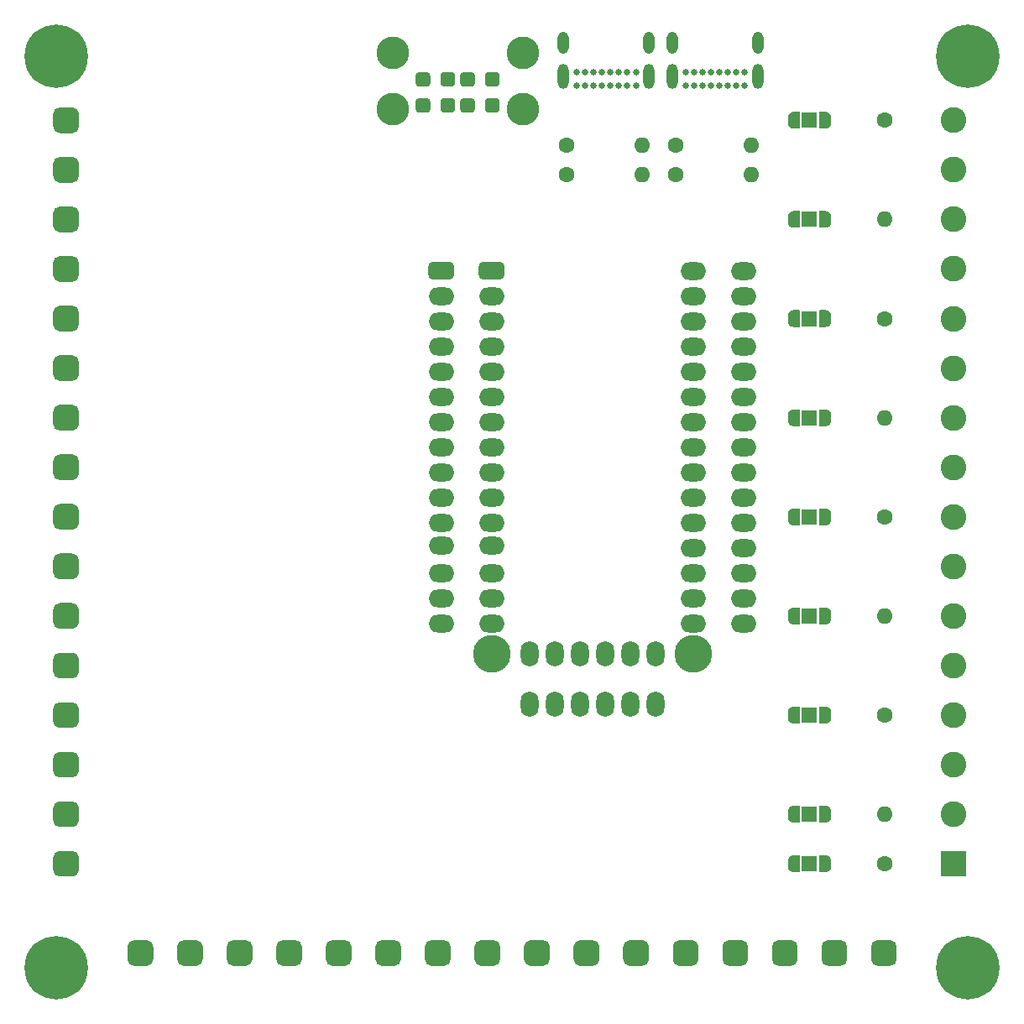
<source format=gbr>
%TF.GenerationSoftware,KiCad,Pcbnew,5.1.9-73d0e3b20d~88~ubuntu20.04.1*%
%TF.CreationDate,2021-09-23T17:55:38+05:30*%
%TF.ProjectId,veloce,76656c6f-6365-42e6-9b69-6361645f7063,rev?*%
%TF.SameCoordinates,Original*%
%TF.FileFunction,Soldermask,Bot*%
%TF.FilePolarity,Negative*%
%FSLAX46Y46*%
G04 Gerber Fmt 4.6, Leading zero omitted, Abs format (unit mm)*
G04 Created by KiCad (PCBNEW 5.1.9-73d0e3b20d~88~ubuntu20.04.1) date 2021-09-23 17:55:38*
%MOMM*%
%LPD*%
G01*
G04 APERTURE LIST*
%ADD10C,0.100000*%
%ADD11R,1.600000X1.600000*%
%ADD12O,1.800000X2.600000*%
%ADD13O,2.600000X1.800000*%
%ADD14C,3.800000*%
%ADD15C,0.800000*%
%ADD16C,6.400000*%
%ADD17O,1.600000X1.600000*%
%ADD18C,1.600000*%
%ADD19C,2.600000*%
%ADD20R,2.600000X2.600000*%
%ADD21C,0.650000*%
%ADD22O,1.108000X2.516000*%
%ADD23O,1.108000X2.216000*%
%ADD24C,3.300000*%
G04 APERTURE END LIST*
D10*
%TO.C,JP1*%
G36*
X219969509Y-139651921D02*
G01*
X219988268Y-139657612D01*
X220005557Y-139666853D01*
X220020711Y-139679289D01*
X220033147Y-139694443D01*
X220042388Y-139711732D01*
X220048079Y-139730491D01*
X220050000Y-139750000D01*
X220050000Y-141250000D01*
X220048079Y-141269509D01*
X220042388Y-141288268D01*
X220033147Y-141305557D01*
X220020711Y-141320711D01*
X220005557Y-141333147D01*
X219988268Y-141342388D01*
X219969509Y-141348079D01*
X219950000Y-141350000D01*
X219400000Y-141350000D01*
X219393886Y-141349398D01*
X219375466Y-141349398D01*
X219365663Y-141348916D01*
X219316832Y-141344106D01*
X219307127Y-141342667D01*
X219259002Y-141333095D01*
X219249481Y-141330710D01*
X219202526Y-141316466D01*
X219193288Y-141313160D01*
X219147955Y-141294383D01*
X219139081Y-141290186D01*
X219095808Y-141267055D01*
X219087393Y-141262012D01*
X219046594Y-141234752D01*
X219038710Y-141228905D01*
X219000781Y-141197777D01*
X218993510Y-141191187D01*
X218958813Y-141156490D01*
X218952223Y-141149219D01*
X218921095Y-141111290D01*
X218915248Y-141103406D01*
X218887988Y-141062607D01*
X218882945Y-141054192D01*
X218859814Y-141010919D01*
X218855617Y-141002045D01*
X218836840Y-140956712D01*
X218833534Y-140947474D01*
X218819290Y-140900519D01*
X218816905Y-140890998D01*
X218807333Y-140842873D01*
X218805894Y-140833168D01*
X218801084Y-140784337D01*
X218800602Y-140774534D01*
X218800602Y-140756114D01*
X218800000Y-140750000D01*
X218800000Y-140250000D01*
X218800602Y-140243886D01*
X218800602Y-140225466D01*
X218801084Y-140215663D01*
X218805894Y-140166832D01*
X218807333Y-140157127D01*
X218816905Y-140109002D01*
X218819290Y-140099481D01*
X218833534Y-140052526D01*
X218836840Y-140043288D01*
X218855617Y-139997955D01*
X218859814Y-139989081D01*
X218882945Y-139945808D01*
X218887988Y-139937393D01*
X218915248Y-139896594D01*
X218921095Y-139888710D01*
X218952223Y-139850781D01*
X218958813Y-139843510D01*
X218993510Y-139808813D01*
X219000781Y-139802223D01*
X219038710Y-139771095D01*
X219046594Y-139765248D01*
X219087393Y-139737988D01*
X219095808Y-139732945D01*
X219139081Y-139709814D01*
X219147955Y-139705617D01*
X219193288Y-139686840D01*
X219202526Y-139683534D01*
X219249481Y-139669290D01*
X219259002Y-139666905D01*
X219307127Y-139657333D01*
X219316832Y-139655894D01*
X219365663Y-139651084D01*
X219375466Y-139650602D01*
X219393886Y-139650602D01*
X219400000Y-139650000D01*
X219950000Y-139650000D01*
X219969509Y-139651921D01*
G37*
G36*
X222606114Y-139650602D02*
G01*
X222624534Y-139650602D01*
X222634337Y-139651084D01*
X222683168Y-139655894D01*
X222692873Y-139657333D01*
X222740998Y-139666905D01*
X222750519Y-139669290D01*
X222797474Y-139683534D01*
X222806712Y-139686840D01*
X222852045Y-139705617D01*
X222860919Y-139709814D01*
X222904192Y-139732945D01*
X222912607Y-139737988D01*
X222953406Y-139765248D01*
X222961290Y-139771095D01*
X222999219Y-139802223D01*
X223006490Y-139808813D01*
X223041187Y-139843510D01*
X223047777Y-139850781D01*
X223078905Y-139888710D01*
X223084752Y-139896594D01*
X223112012Y-139937393D01*
X223117055Y-139945808D01*
X223140186Y-139989081D01*
X223144383Y-139997955D01*
X223163160Y-140043288D01*
X223166466Y-140052526D01*
X223180710Y-140099481D01*
X223183095Y-140109002D01*
X223192667Y-140157127D01*
X223194106Y-140166832D01*
X223198916Y-140215663D01*
X223199398Y-140225466D01*
X223199398Y-140243886D01*
X223200000Y-140250000D01*
X223200000Y-140750000D01*
X223199398Y-140756114D01*
X223199398Y-140774534D01*
X223198916Y-140784337D01*
X223194106Y-140833168D01*
X223192667Y-140842873D01*
X223183095Y-140890998D01*
X223180710Y-140900519D01*
X223166466Y-140947474D01*
X223163160Y-140956712D01*
X223144383Y-141002045D01*
X223140186Y-141010919D01*
X223117055Y-141054192D01*
X223112012Y-141062607D01*
X223084752Y-141103406D01*
X223078905Y-141111290D01*
X223047777Y-141149219D01*
X223041187Y-141156490D01*
X223006490Y-141191187D01*
X222999219Y-141197777D01*
X222961290Y-141228905D01*
X222953406Y-141234752D01*
X222912607Y-141262012D01*
X222904192Y-141267055D01*
X222860919Y-141290186D01*
X222852045Y-141294383D01*
X222806712Y-141313160D01*
X222797474Y-141316466D01*
X222750519Y-141330710D01*
X222740998Y-141333095D01*
X222692873Y-141342667D01*
X222683168Y-141344106D01*
X222634337Y-141348916D01*
X222624534Y-141349398D01*
X222606114Y-141349398D01*
X222600000Y-141350000D01*
X222050000Y-141350000D01*
X222030491Y-141348079D01*
X222011732Y-141342388D01*
X221994443Y-141333147D01*
X221979289Y-141320711D01*
X221966853Y-141305557D01*
X221957612Y-141288268D01*
X221951921Y-141269509D01*
X221950000Y-141250000D01*
X221950000Y-139750000D01*
X221951921Y-139730491D01*
X221957612Y-139711732D01*
X221966853Y-139694443D01*
X221979289Y-139679289D01*
X221994443Y-139666853D01*
X222011732Y-139657612D01*
X222030491Y-139651921D01*
X222050000Y-139650000D01*
X222600000Y-139650000D01*
X222606114Y-139650602D01*
G37*
D11*
X221000000Y-140500000D03*
%TD*%
D10*
%TO.C,JP9*%
G36*
X219969509Y-134651921D02*
G01*
X219988268Y-134657612D01*
X220005557Y-134666853D01*
X220020711Y-134679289D01*
X220033147Y-134694443D01*
X220042388Y-134711732D01*
X220048079Y-134730491D01*
X220050000Y-134750000D01*
X220050000Y-136250000D01*
X220048079Y-136269509D01*
X220042388Y-136288268D01*
X220033147Y-136305557D01*
X220020711Y-136320711D01*
X220005557Y-136333147D01*
X219988268Y-136342388D01*
X219969509Y-136348079D01*
X219950000Y-136350000D01*
X219400000Y-136350000D01*
X219393886Y-136349398D01*
X219375466Y-136349398D01*
X219365663Y-136348916D01*
X219316832Y-136344106D01*
X219307127Y-136342667D01*
X219259002Y-136333095D01*
X219249481Y-136330710D01*
X219202526Y-136316466D01*
X219193288Y-136313160D01*
X219147955Y-136294383D01*
X219139081Y-136290186D01*
X219095808Y-136267055D01*
X219087393Y-136262012D01*
X219046594Y-136234752D01*
X219038710Y-136228905D01*
X219000781Y-136197777D01*
X218993510Y-136191187D01*
X218958813Y-136156490D01*
X218952223Y-136149219D01*
X218921095Y-136111290D01*
X218915248Y-136103406D01*
X218887988Y-136062607D01*
X218882945Y-136054192D01*
X218859814Y-136010919D01*
X218855617Y-136002045D01*
X218836840Y-135956712D01*
X218833534Y-135947474D01*
X218819290Y-135900519D01*
X218816905Y-135890998D01*
X218807333Y-135842873D01*
X218805894Y-135833168D01*
X218801084Y-135784337D01*
X218800602Y-135774534D01*
X218800602Y-135756114D01*
X218800000Y-135750000D01*
X218800000Y-135250000D01*
X218800602Y-135243886D01*
X218800602Y-135225466D01*
X218801084Y-135215663D01*
X218805894Y-135166832D01*
X218807333Y-135157127D01*
X218816905Y-135109002D01*
X218819290Y-135099481D01*
X218833534Y-135052526D01*
X218836840Y-135043288D01*
X218855617Y-134997955D01*
X218859814Y-134989081D01*
X218882945Y-134945808D01*
X218887988Y-134937393D01*
X218915248Y-134896594D01*
X218921095Y-134888710D01*
X218952223Y-134850781D01*
X218958813Y-134843510D01*
X218993510Y-134808813D01*
X219000781Y-134802223D01*
X219038710Y-134771095D01*
X219046594Y-134765248D01*
X219087393Y-134737988D01*
X219095808Y-134732945D01*
X219139081Y-134709814D01*
X219147955Y-134705617D01*
X219193288Y-134686840D01*
X219202526Y-134683534D01*
X219249481Y-134669290D01*
X219259002Y-134666905D01*
X219307127Y-134657333D01*
X219316832Y-134655894D01*
X219365663Y-134651084D01*
X219375466Y-134650602D01*
X219393886Y-134650602D01*
X219400000Y-134650000D01*
X219950000Y-134650000D01*
X219969509Y-134651921D01*
G37*
G36*
X222606114Y-134650602D02*
G01*
X222624534Y-134650602D01*
X222634337Y-134651084D01*
X222683168Y-134655894D01*
X222692873Y-134657333D01*
X222740998Y-134666905D01*
X222750519Y-134669290D01*
X222797474Y-134683534D01*
X222806712Y-134686840D01*
X222852045Y-134705617D01*
X222860919Y-134709814D01*
X222904192Y-134732945D01*
X222912607Y-134737988D01*
X222953406Y-134765248D01*
X222961290Y-134771095D01*
X222999219Y-134802223D01*
X223006490Y-134808813D01*
X223041187Y-134843510D01*
X223047777Y-134850781D01*
X223078905Y-134888710D01*
X223084752Y-134896594D01*
X223112012Y-134937393D01*
X223117055Y-134945808D01*
X223140186Y-134989081D01*
X223144383Y-134997955D01*
X223163160Y-135043288D01*
X223166466Y-135052526D01*
X223180710Y-135099481D01*
X223183095Y-135109002D01*
X223192667Y-135157127D01*
X223194106Y-135166832D01*
X223198916Y-135215663D01*
X223199398Y-135225466D01*
X223199398Y-135243886D01*
X223200000Y-135250000D01*
X223200000Y-135750000D01*
X223199398Y-135756114D01*
X223199398Y-135774534D01*
X223198916Y-135784337D01*
X223194106Y-135833168D01*
X223192667Y-135842873D01*
X223183095Y-135890998D01*
X223180710Y-135900519D01*
X223166466Y-135947474D01*
X223163160Y-135956712D01*
X223144383Y-136002045D01*
X223140186Y-136010919D01*
X223117055Y-136054192D01*
X223112012Y-136062607D01*
X223084752Y-136103406D01*
X223078905Y-136111290D01*
X223047777Y-136149219D01*
X223041187Y-136156490D01*
X223006490Y-136191187D01*
X222999219Y-136197777D01*
X222961290Y-136228905D01*
X222953406Y-136234752D01*
X222912607Y-136262012D01*
X222904192Y-136267055D01*
X222860919Y-136290186D01*
X222852045Y-136294383D01*
X222806712Y-136313160D01*
X222797474Y-136316466D01*
X222750519Y-136330710D01*
X222740998Y-136333095D01*
X222692873Y-136342667D01*
X222683168Y-136344106D01*
X222634337Y-136348916D01*
X222624534Y-136349398D01*
X222606114Y-136349398D01*
X222600000Y-136350000D01*
X222050000Y-136350000D01*
X222030491Y-136348079D01*
X222011732Y-136342388D01*
X221994443Y-136333147D01*
X221979289Y-136320711D01*
X221966853Y-136305557D01*
X221957612Y-136288268D01*
X221951921Y-136269509D01*
X221950000Y-136250000D01*
X221950000Y-134750000D01*
X221951921Y-134730491D01*
X221957612Y-134711732D01*
X221966853Y-134694443D01*
X221979289Y-134679289D01*
X221994443Y-134666853D01*
X222011732Y-134657612D01*
X222030491Y-134651921D01*
X222050000Y-134650000D01*
X222600000Y-134650000D01*
X222606114Y-134650602D01*
G37*
D11*
X221000000Y-135500000D03*
%TD*%
D10*
%TO.C,JP8*%
G36*
X219969509Y-124651921D02*
G01*
X219988268Y-124657612D01*
X220005557Y-124666853D01*
X220020711Y-124679289D01*
X220033147Y-124694443D01*
X220042388Y-124711732D01*
X220048079Y-124730491D01*
X220050000Y-124750000D01*
X220050000Y-126250000D01*
X220048079Y-126269509D01*
X220042388Y-126288268D01*
X220033147Y-126305557D01*
X220020711Y-126320711D01*
X220005557Y-126333147D01*
X219988268Y-126342388D01*
X219969509Y-126348079D01*
X219950000Y-126350000D01*
X219400000Y-126350000D01*
X219393886Y-126349398D01*
X219375466Y-126349398D01*
X219365663Y-126348916D01*
X219316832Y-126344106D01*
X219307127Y-126342667D01*
X219259002Y-126333095D01*
X219249481Y-126330710D01*
X219202526Y-126316466D01*
X219193288Y-126313160D01*
X219147955Y-126294383D01*
X219139081Y-126290186D01*
X219095808Y-126267055D01*
X219087393Y-126262012D01*
X219046594Y-126234752D01*
X219038710Y-126228905D01*
X219000781Y-126197777D01*
X218993510Y-126191187D01*
X218958813Y-126156490D01*
X218952223Y-126149219D01*
X218921095Y-126111290D01*
X218915248Y-126103406D01*
X218887988Y-126062607D01*
X218882945Y-126054192D01*
X218859814Y-126010919D01*
X218855617Y-126002045D01*
X218836840Y-125956712D01*
X218833534Y-125947474D01*
X218819290Y-125900519D01*
X218816905Y-125890998D01*
X218807333Y-125842873D01*
X218805894Y-125833168D01*
X218801084Y-125784337D01*
X218800602Y-125774534D01*
X218800602Y-125756114D01*
X218800000Y-125750000D01*
X218800000Y-125250000D01*
X218800602Y-125243886D01*
X218800602Y-125225466D01*
X218801084Y-125215663D01*
X218805894Y-125166832D01*
X218807333Y-125157127D01*
X218816905Y-125109002D01*
X218819290Y-125099481D01*
X218833534Y-125052526D01*
X218836840Y-125043288D01*
X218855617Y-124997955D01*
X218859814Y-124989081D01*
X218882945Y-124945808D01*
X218887988Y-124937393D01*
X218915248Y-124896594D01*
X218921095Y-124888710D01*
X218952223Y-124850781D01*
X218958813Y-124843510D01*
X218993510Y-124808813D01*
X219000781Y-124802223D01*
X219038710Y-124771095D01*
X219046594Y-124765248D01*
X219087393Y-124737988D01*
X219095808Y-124732945D01*
X219139081Y-124709814D01*
X219147955Y-124705617D01*
X219193288Y-124686840D01*
X219202526Y-124683534D01*
X219249481Y-124669290D01*
X219259002Y-124666905D01*
X219307127Y-124657333D01*
X219316832Y-124655894D01*
X219365663Y-124651084D01*
X219375466Y-124650602D01*
X219393886Y-124650602D01*
X219400000Y-124650000D01*
X219950000Y-124650000D01*
X219969509Y-124651921D01*
G37*
G36*
X222606114Y-124650602D02*
G01*
X222624534Y-124650602D01*
X222634337Y-124651084D01*
X222683168Y-124655894D01*
X222692873Y-124657333D01*
X222740998Y-124666905D01*
X222750519Y-124669290D01*
X222797474Y-124683534D01*
X222806712Y-124686840D01*
X222852045Y-124705617D01*
X222860919Y-124709814D01*
X222904192Y-124732945D01*
X222912607Y-124737988D01*
X222953406Y-124765248D01*
X222961290Y-124771095D01*
X222999219Y-124802223D01*
X223006490Y-124808813D01*
X223041187Y-124843510D01*
X223047777Y-124850781D01*
X223078905Y-124888710D01*
X223084752Y-124896594D01*
X223112012Y-124937393D01*
X223117055Y-124945808D01*
X223140186Y-124989081D01*
X223144383Y-124997955D01*
X223163160Y-125043288D01*
X223166466Y-125052526D01*
X223180710Y-125099481D01*
X223183095Y-125109002D01*
X223192667Y-125157127D01*
X223194106Y-125166832D01*
X223198916Y-125215663D01*
X223199398Y-125225466D01*
X223199398Y-125243886D01*
X223200000Y-125250000D01*
X223200000Y-125750000D01*
X223199398Y-125756114D01*
X223199398Y-125774534D01*
X223198916Y-125784337D01*
X223194106Y-125833168D01*
X223192667Y-125842873D01*
X223183095Y-125890998D01*
X223180710Y-125900519D01*
X223166466Y-125947474D01*
X223163160Y-125956712D01*
X223144383Y-126002045D01*
X223140186Y-126010919D01*
X223117055Y-126054192D01*
X223112012Y-126062607D01*
X223084752Y-126103406D01*
X223078905Y-126111290D01*
X223047777Y-126149219D01*
X223041187Y-126156490D01*
X223006490Y-126191187D01*
X222999219Y-126197777D01*
X222961290Y-126228905D01*
X222953406Y-126234752D01*
X222912607Y-126262012D01*
X222904192Y-126267055D01*
X222860919Y-126290186D01*
X222852045Y-126294383D01*
X222806712Y-126313160D01*
X222797474Y-126316466D01*
X222750519Y-126330710D01*
X222740998Y-126333095D01*
X222692873Y-126342667D01*
X222683168Y-126344106D01*
X222634337Y-126348916D01*
X222624534Y-126349398D01*
X222606114Y-126349398D01*
X222600000Y-126350000D01*
X222050000Y-126350000D01*
X222030491Y-126348079D01*
X222011732Y-126342388D01*
X221994443Y-126333147D01*
X221979289Y-126320711D01*
X221966853Y-126305557D01*
X221957612Y-126288268D01*
X221951921Y-126269509D01*
X221950000Y-126250000D01*
X221950000Y-124750000D01*
X221951921Y-124730491D01*
X221957612Y-124711732D01*
X221966853Y-124694443D01*
X221979289Y-124679289D01*
X221994443Y-124666853D01*
X222011732Y-124657612D01*
X222030491Y-124651921D01*
X222050000Y-124650000D01*
X222600000Y-124650000D01*
X222606114Y-124650602D01*
G37*
D11*
X221000000Y-125500000D03*
%TD*%
D10*
%TO.C,JP7*%
G36*
X219969509Y-114651921D02*
G01*
X219988268Y-114657612D01*
X220005557Y-114666853D01*
X220020711Y-114679289D01*
X220033147Y-114694443D01*
X220042388Y-114711732D01*
X220048079Y-114730491D01*
X220050000Y-114750000D01*
X220050000Y-116250000D01*
X220048079Y-116269509D01*
X220042388Y-116288268D01*
X220033147Y-116305557D01*
X220020711Y-116320711D01*
X220005557Y-116333147D01*
X219988268Y-116342388D01*
X219969509Y-116348079D01*
X219950000Y-116350000D01*
X219400000Y-116350000D01*
X219393886Y-116349398D01*
X219375466Y-116349398D01*
X219365663Y-116348916D01*
X219316832Y-116344106D01*
X219307127Y-116342667D01*
X219259002Y-116333095D01*
X219249481Y-116330710D01*
X219202526Y-116316466D01*
X219193288Y-116313160D01*
X219147955Y-116294383D01*
X219139081Y-116290186D01*
X219095808Y-116267055D01*
X219087393Y-116262012D01*
X219046594Y-116234752D01*
X219038710Y-116228905D01*
X219000781Y-116197777D01*
X218993510Y-116191187D01*
X218958813Y-116156490D01*
X218952223Y-116149219D01*
X218921095Y-116111290D01*
X218915248Y-116103406D01*
X218887988Y-116062607D01*
X218882945Y-116054192D01*
X218859814Y-116010919D01*
X218855617Y-116002045D01*
X218836840Y-115956712D01*
X218833534Y-115947474D01*
X218819290Y-115900519D01*
X218816905Y-115890998D01*
X218807333Y-115842873D01*
X218805894Y-115833168D01*
X218801084Y-115784337D01*
X218800602Y-115774534D01*
X218800602Y-115756114D01*
X218800000Y-115750000D01*
X218800000Y-115250000D01*
X218800602Y-115243886D01*
X218800602Y-115225466D01*
X218801084Y-115215663D01*
X218805894Y-115166832D01*
X218807333Y-115157127D01*
X218816905Y-115109002D01*
X218819290Y-115099481D01*
X218833534Y-115052526D01*
X218836840Y-115043288D01*
X218855617Y-114997955D01*
X218859814Y-114989081D01*
X218882945Y-114945808D01*
X218887988Y-114937393D01*
X218915248Y-114896594D01*
X218921095Y-114888710D01*
X218952223Y-114850781D01*
X218958813Y-114843510D01*
X218993510Y-114808813D01*
X219000781Y-114802223D01*
X219038710Y-114771095D01*
X219046594Y-114765248D01*
X219087393Y-114737988D01*
X219095808Y-114732945D01*
X219139081Y-114709814D01*
X219147955Y-114705617D01*
X219193288Y-114686840D01*
X219202526Y-114683534D01*
X219249481Y-114669290D01*
X219259002Y-114666905D01*
X219307127Y-114657333D01*
X219316832Y-114655894D01*
X219365663Y-114651084D01*
X219375466Y-114650602D01*
X219393886Y-114650602D01*
X219400000Y-114650000D01*
X219950000Y-114650000D01*
X219969509Y-114651921D01*
G37*
G36*
X222606114Y-114650602D02*
G01*
X222624534Y-114650602D01*
X222634337Y-114651084D01*
X222683168Y-114655894D01*
X222692873Y-114657333D01*
X222740998Y-114666905D01*
X222750519Y-114669290D01*
X222797474Y-114683534D01*
X222806712Y-114686840D01*
X222852045Y-114705617D01*
X222860919Y-114709814D01*
X222904192Y-114732945D01*
X222912607Y-114737988D01*
X222953406Y-114765248D01*
X222961290Y-114771095D01*
X222999219Y-114802223D01*
X223006490Y-114808813D01*
X223041187Y-114843510D01*
X223047777Y-114850781D01*
X223078905Y-114888710D01*
X223084752Y-114896594D01*
X223112012Y-114937393D01*
X223117055Y-114945808D01*
X223140186Y-114989081D01*
X223144383Y-114997955D01*
X223163160Y-115043288D01*
X223166466Y-115052526D01*
X223180710Y-115099481D01*
X223183095Y-115109002D01*
X223192667Y-115157127D01*
X223194106Y-115166832D01*
X223198916Y-115215663D01*
X223199398Y-115225466D01*
X223199398Y-115243886D01*
X223200000Y-115250000D01*
X223200000Y-115750000D01*
X223199398Y-115756114D01*
X223199398Y-115774534D01*
X223198916Y-115784337D01*
X223194106Y-115833168D01*
X223192667Y-115842873D01*
X223183095Y-115890998D01*
X223180710Y-115900519D01*
X223166466Y-115947474D01*
X223163160Y-115956712D01*
X223144383Y-116002045D01*
X223140186Y-116010919D01*
X223117055Y-116054192D01*
X223112012Y-116062607D01*
X223084752Y-116103406D01*
X223078905Y-116111290D01*
X223047777Y-116149219D01*
X223041187Y-116156490D01*
X223006490Y-116191187D01*
X222999219Y-116197777D01*
X222961290Y-116228905D01*
X222953406Y-116234752D01*
X222912607Y-116262012D01*
X222904192Y-116267055D01*
X222860919Y-116290186D01*
X222852045Y-116294383D01*
X222806712Y-116313160D01*
X222797474Y-116316466D01*
X222750519Y-116330710D01*
X222740998Y-116333095D01*
X222692873Y-116342667D01*
X222683168Y-116344106D01*
X222634337Y-116348916D01*
X222624534Y-116349398D01*
X222606114Y-116349398D01*
X222600000Y-116350000D01*
X222050000Y-116350000D01*
X222030491Y-116348079D01*
X222011732Y-116342388D01*
X221994443Y-116333147D01*
X221979289Y-116320711D01*
X221966853Y-116305557D01*
X221957612Y-116288268D01*
X221951921Y-116269509D01*
X221950000Y-116250000D01*
X221950000Y-114750000D01*
X221951921Y-114730491D01*
X221957612Y-114711732D01*
X221966853Y-114694443D01*
X221979289Y-114679289D01*
X221994443Y-114666853D01*
X222011732Y-114657612D01*
X222030491Y-114651921D01*
X222050000Y-114650000D01*
X222600000Y-114650000D01*
X222606114Y-114650602D01*
G37*
D11*
X221000000Y-115500000D03*
%TD*%
D10*
%TO.C,JP6*%
G36*
X219969509Y-104651921D02*
G01*
X219988268Y-104657612D01*
X220005557Y-104666853D01*
X220020711Y-104679289D01*
X220033147Y-104694443D01*
X220042388Y-104711732D01*
X220048079Y-104730491D01*
X220050000Y-104750000D01*
X220050000Y-106250000D01*
X220048079Y-106269509D01*
X220042388Y-106288268D01*
X220033147Y-106305557D01*
X220020711Y-106320711D01*
X220005557Y-106333147D01*
X219988268Y-106342388D01*
X219969509Y-106348079D01*
X219950000Y-106350000D01*
X219400000Y-106350000D01*
X219393886Y-106349398D01*
X219375466Y-106349398D01*
X219365663Y-106348916D01*
X219316832Y-106344106D01*
X219307127Y-106342667D01*
X219259002Y-106333095D01*
X219249481Y-106330710D01*
X219202526Y-106316466D01*
X219193288Y-106313160D01*
X219147955Y-106294383D01*
X219139081Y-106290186D01*
X219095808Y-106267055D01*
X219087393Y-106262012D01*
X219046594Y-106234752D01*
X219038710Y-106228905D01*
X219000781Y-106197777D01*
X218993510Y-106191187D01*
X218958813Y-106156490D01*
X218952223Y-106149219D01*
X218921095Y-106111290D01*
X218915248Y-106103406D01*
X218887988Y-106062607D01*
X218882945Y-106054192D01*
X218859814Y-106010919D01*
X218855617Y-106002045D01*
X218836840Y-105956712D01*
X218833534Y-105947474D01*
X218819290Y-105900519D01*
X218816905Y-105890998D01*
X218807333Y-105842873D01*
X218805894Y-105833168D01*
X218801084Y-105784337D01*
X218800602Y-105774534D01*
X218800602Y-105756114D01*
X218800000Y-105750000D01*
X218800000Y-105250000D01*
X218800602Y-105243886D01*
X218800602Y-105225466D01*
X218801084Y-105215663D01*
X218805894Y-105166832D01*
X218807333Y-105157127D01*
X218816905Y-105109002D01*
X218819290Y-105099481D01*
X218833534Y-105052526D01*
X218836840Y-105043288D01*
X218855617Y-104997955D01*
X218859814Y-104989081D01*
X218882945Y-104945808D01*
X218887988Y-104937393D01*
X218915248Y-104896594D01*
X218921095Y-104888710D01*
X218952223Y-104850781D01*
X218958813Y-104843510D01*
X218993510Y-104808813D01*
X219000781Y-104802223D01*
X219038710Y-104771095D01*
X219046594Y-104765248D01*
X219087393Y-104737988D01*
X219095808Y-104732945D01*
X219139081Y-104709814D01*
X219147955Y-104705617D01*
X219193288Y-104686840D01*
X219202526Y-104683534D01*
X219249481Y-104669290D01*
X219259002Y-104666905D01*
X219307127Y-104657333D01*
X219316832Y-104655894D01*
X219365663Y-104651084D01*
X219375466Y-104650602D01*
X219393886Y-104650602D01*
X219400000Y-104650000D01*
X219950000Y-104650000D01*
X219969509Y-104651921D01*
G37*
G36*
X222606114Y-104650602D02*
G01*
X222624534Y-104650602D01*
X222634337Y-104651084D01*
X222683168Y-104655894D01*
X222692873Y-104657333D01*
X222740998Y-104666905D01*
X222750519Y-104669290D01*
X222797474Y-104683534D01*
X222806712Y-104686840D01*
X222852045Y-104705617D01*
X222860919Y-104709814D01*
X222904192Y-104732945D01*
X222912607Y-104737988D01*
X222953406Y-104765248D01*
X222961290Y-104771095D01*
X222999219Y-104802223D01*
X223006490Y-104808813D01*
X223041187Y-104843510D01*
X223047777Y-104850781D01*
X223078905Y-104888710D01*
X223084752Y-104896594D01*
X223112012Y-104937393D01*
X223117055Y-104945808D01*
X223140186Y-104989081D01*
X223144383Y-104997955D01*
X223163160Y-105043288D01*
X223166466Y-105052526D01*
X223180710Y-105099481D01*
X223183095Y-105109002D01*
X223192667Y-105157127D01*
X223194106Y-105166832D01*
X223198916Y-105215663D01*
X223199398Y-105225466D01*
X223199398Y-105243886D01*
X223200000Y-105250000D01*
X223200000Y-105750000D01*
X223199398Y-105756114D01*
X223199398Y-105774534D01*
X223198916Y-105784337D01*
X223194106Y-105833168D01*
X223192667Y-105842873D01*
X223183095Y-105890998D01*
X223180710Y-105900519D01*
X223166466Y-105947474D01*
X223163160Y-105956712D01*
X223144383Y-106002045D01*
X223140186Y-106010919D01*
X223117055Y-106054192D01*
X223112012Y-106062607D01*
X223084752Y-106103406D01*
X223078905Y-106111290D01*
X223047777Y-106149219D01*
X223041187Y-106156490D01*
X223006490Y-106191187D01*
X222999219Y-106197777D01*
X222961290Y-106228905D01*
X222953406Y-106234752D01*
X222912607Y-106262012D01*
X222904192Y-106267055D01*
X222860919Y-106290186D01*
X222852045Y-106294383D01*
X222806712Y-106313160D01*
X222797474Y-106316466D01*
X222750519Y-106330710D01*
X222740998Y-106333095D01*
X222692873Y-106342667D01*
X222683168Y-106344106D01*
X222634337Y-106348916D01*
X222624534Y-106349398D01*
X222606114Y-106349398D01*
X222600000Y-106350000D01*
X222050000Y-106350000D01*
X222030491Y-106348079D01*
X222011732Y-106342388D01*
X221994443Y-106333147D01*
X221979289Y-106320711D01*
X221966853Y-106305557D01*
X221957612Y-106288268D01*
X221951921Y-106269509D01*
X221950000Y-106250000D01*
X221950000Y-104750000D01*
X221951921Y-104730491D01*
X221957612Y-104711732D01*
X221966853Y-104694443D01*
X221979289Y-104679289D01*
X221994443Y-104666853D01*
X222011732Y-104657612D01*
X222030491Y-104651921D01*
X222050000Y-104650000D01*
X222600000Y-104650000D01*
X222606114Y-104650602D01*
G37*
D11*
X221000000Y-105500000D03*
%TD*%
D10*
%TO.C,JP5*%
G36*
X219969509Y-94651921D02*
G01*
X219988268Y-94657612D01*
X220005557Y-94666853D01*
X220020711Y-94679289D01*
X220033147Y-94694443D01*
X220042388Y-94711732D01*
X220048079Y-94730491D01*
X220050000Y-94750000D01*
X220050000Y-96250000D01*
X220048079Y-96269509D01*
X220042388Y-96288268D01*
X220033147Y-96305557D01*
X220020711Y-96320711D01*
X220005557Y-96333147D01*
X219988268Y-96342388D01*
X219969509Y-96348079D01*
X219950000Y-96350000D01*
X219400000Y-96350000D01*
X219393886Y-96349398D01*
X219375466Y-96349398D01*
X219365663Y-96348916D01*
X219316832Y-96344106D01*
X219307127Y-96342667D01*
X219259002Y-96333095D01*
X219249481Y-96330710D01*
X219202526Y-96316466D01*
X219193288Y-96313160D01*
X219147955Y-96294383D01*
X219139081Y-96290186D01*
X219095808Y-96267055D01*
X219087393Y-96262012D01*
X219046594Y-96234752D01*
X219038710Y-96228905D01*
X219000781Y-96197777D01*
X218993510Y-96191187D01*
X218958813Y-96156490D01*
X218952223Y-96149219D01*
X218921095Y-96111290D01*
X218915248Y-96103406D01*
X218887988Y-96062607D01*
X218882945Y-96054192D01*
X218859814Y-96010919D01*
X218855617Y-96002045D01*
X218836840Y-95956712D01*
X218833534Y-95947474D01*
X218819290Y-95900519D01*
X218816905Y-95890998D01*
X218807333Y-95842873D01*
X218805894Y-95833168D01*
X218801084Y-95784337D01*
X218800602Y-95774534D01*
X218800602Y-95756114D01*
X218800000Y-95750000D01*
X218800000Y-95250000D01*
X218800602Y-95243886D01*
X218800602Y-95225466D01*
X218801084Y-95215663D01*
X218805894Y-95166832D01*
X218807333Y-95157127D01*
X218816905Y-95109002D01*
X218819290Y-95099481D01*
X218833534Y-95052526D01*
X218836840Y-95043288D01*
X218855617Y-94997955D01*
X218859814Y-94989081D01*
X218882945Y-94945808D01*
X218887988Y-94937393D01*
X218915248Y-94896594D01*
X218921095Y-94888710D01*
X218952223Y-94850781D01*
X218958813Y-94843510D01*
X218993510Y-94808813D01*
X219000781Y-94802223D01*
X219038710Y-94771095D01*
X219046594Y-94765248D01*
X219087393Y-94737988D01*
X219095808Y-94732945D01*
X219139081Y-94709814D01*
X219147955Y-94705617D01*
X219193288Y-94686840D01*
X219202526Y-94683534D01*
X219249481Y-94669290D01*
X219259002Y-94666905D01*
X219307127Y-94657333D01*
X219316832Y-94655894D01*
X219365663Y-94651084D01*
X219375466Y-94650602D01*
X219393886Y-94650602D01*
X219400000Y-94650000D01*
X219950000Y-94650000D01*
X219969509Y-94651921D01*
G37*
G36*
X222606114Y-94650602D02*
G01*
X222624534Y-94650602D01*
X222634337Y-94651084D01*
X222683168Y-94655894D01*
X222692873Y-94657333D01*
X222740998Y-94666905D01*
X222750519Y-94669290D01*
X222797474Y-94683534D01*
X222806712Y-94686840D01*
X222852045Y-94705617D01*
X222860919Y-94709814D01*
X222904192Y-94732945D01*
X222912607Y-94737988D01*
X222953406Y-94765248D01*
X222961290Y-94771095D01*
X222999219Y-94802223D01*
X223006490Y-94808813D01*
X223041187Y-94843510D01*
X223047777Y-94850781D01*
X223078905Y-94888710D01*
X223084752Y-94896594D01*
X223112012Y-94937393D01*
X223117055Y-94945808D01*
X223140186Y-94989081D01*
X223144383Y-94997955D01*
X223163160Y-95043288D01*
X223166466Y-95052526D01*
X223180710Y-95099481D01*
X223183095Y-95109002D01*
X223192667Y-95157127D01*
X223194106Y-95166832D01*
X223198916Y-95215663D01*
X223199398Y-95225466D01*
X223199398Y-95243886D01*
X223200000Y-95250000D01*
X223200000Y-95750000D01*
X223199398Y-95756114D01*
X223199398Y-95774534D01*
X223198916Y-95784337D01*
X223194106Y-95833168D01*
X223192667Y-95842873D01*
X223183095Y-95890998D01*
X223180710Y-95900519D01*
X223166466Y-95947474D01*
X223163160Y-95956712D01*
X223144383Y-96002045D01*
X223140186Y-96010919D01*
X223117055Y-96054192D01*
X223112012Y-96062607D01*
X223084752Y-96103406D01*
X223078905Y-96111290D01*
X223047777Y-96149219D01*
X223041187Y-96156490D01*
X223006490Y-96191187D01*
X222999219Y-96197777D01*
X222961290Y-96228905D01*
X222953406Y-96234752D01*
X222912607Y-96262012D01*
X222904192Y-96267055D01*
X222860919Y-96290186D01*
X222852045Y-96294383D01*
X222806712Y-96313160D01*
X222797474Y-96316466D01*
X222750519Y-96330710D01*
X222740998Y-96333095D01*
X222692873Y-96342667D01*
X222683168Y-96344106D01*
X222634337Y-96348916D01*
X222624534Y-96349398D01*
X222606114Y-96349398D01*
X222600000Y-96350000D01*
X222050000Y-96350000D01*
X222030491Y-96348079D01*
X222011732Y-96342388D01*
X221994443Y-96333147D01*
X221979289Y-96320711D01*
X221966853Y-96305557D01*
X221957612Y-96288268D01*
X221951921Y-96269509D01*
X221950000Y-96250000D01*
X221950000Y-94750000D01*
X221951921Y-94730491D01*
X221957612Y-94711732D01*
X221966853Y-94694443D01*
X221979289Y-94679289D01*
X221994443Y-94666853D01*
X222011732Y-94657612D01*
X222030491Y-94651921D01*
X222050000Y-94650000D01*
X222600000Y-94650000D01*
X222606114Y-94650602D01*
G37*
D11*
X221000000Y-95500000D03*
%TD*%
D10*
%TO.C,JP4*%
G36*
X219969509Y-84651921D02*
G01*
X219988268Y-84657612D01*
X220005557Y-84666853D01*
X220020711Y-84679289D01*
X220033147Y-84694443D01*
X220042388Y-84711732D01*
X220048079Y-84730491D01*
X220050000Y-84750000D01*
X220050000Y-86250000D01*
X220048079Y-86269509D01*
X220042388Y-86288268D01*
X220033147Y-86305557D01*
X220020711Y-86320711D01*
X220005557Y-86333147D01*
X219988268Y-86342388D01*
X219969509Y-86348079D01*
X219950000Y-86350000D01*
X219400000Y-86350000D01*
X219393886Y-86349398D01*
X219375466Y-86349398D01*
X219365663Y-86348916D01*
X219316832Y-86344106D01*
X219307127Y-86342667D01*
X219259002Y-86333095D01*
X219249481Y-86330710D01*
X219202526Y-86316466D01*
X219193288Y-86313160D01*
X219147955Y-86294383D01*
X219139081Y-86290186D01*
X219095808Y-86267055D01*
X219087393Y-86262012D01*
X219046594Y-86234752D01*
X219038710Y-86228905D01*
X219000781Y-86197777D01*
X218993510Y-86191187D01*
X218958813Y-86156490D01*
X218952223Y-86149219D01*
X218921095Y-86111290D01*
X218915248Y-86103406D01*
X218887988Y-86062607D01*
X218882945Y-86054192D01*
X218859814Y-86010919D01*
X218855617Y-86002045D01*
X218836840Y-85956712D01*
X218833534Y-85947474D01*
X218819290Y-85900519D01*
X218816905Y-85890998D01*
X218807333Y-85842873D01*
X218805894Y-85833168D01*
X218801084Y-85784337D01*
X218800602Y-85774534D01*
X218800602Y-85756114D01*
X218800000Y-85750000D01*
X218800000Y-85250000D01*
X218800602Y-85243886D01*
X218800602Y-85225466D01*
X218801084Y-85215663D01*
X218805894Y-85166832D01*
X218807333Y-85157127D01*
X218816905Y-85109002D01*
X218819290Y-85099481D01*
X218833534Y-85052526D01*
X218836840Y-85043288D01*
X218855617Y-84997955D01*
X218859814Y-84989081D01*
X218882945Y-84945808D01*
X218887988Y-84937393D01*
X218915248Y-84896594D01*
X218921095Y-84888710D01*
X218952223Y-84850781D01*
X218958813Y-84843510D01*
X218993510Y-84808813D01*
X219000781Y-84802223D01*
X219038710Y-84771095D01*
X219046594Y-84765248D01*
X219087393Y-84737988D01*
X219095808Y-84732945D01*
X219139081Y-84709814D01*
X219147955Y-84705617D01*
X219193288Y-84686840D01*
X219202526Y-84683534D01*
X219249481Y-84669290D01*
X219259002Y-84666905D01*
X219307127Y-84657333D01*
X219316832Y-84655894D01*
X219365663Y-84651084D01*
X219375466Y-84650602D01*
X219393886Y-84650602D01*
X219400000Y-84650000D01*
X219950000Y-84650000D01*
X219969509Y-84651921D01*
G37*
G36*
X222606114Y-84650602D02*
G01*
X222624534Y-84650602D01*
X222634337Y-84651084D01*
X222683168Y-84655894D01*
X222692873Y-84657333D01*
X222740998Y-84666905D01*
X222750519Y-84669290D01*
X222797474Y-84683534D01*
X222806712Y-84686840D01*
X222852045Y-84705617D01*
X222860919Y-84709814D01*
X222904192Y-84732945D01*
X222912607Y-84737988D01*
X222953406Y-84765248D01*
X222961290Y-84771095D01*
X222999219Y-84802223D01*
X223006490Y-84808813D01*
X223041187Y-84843510D01*
X223047777Y-84850781D01*
X223078905Y-84888710D01*
X223084752Y-84896594D01*
X223112012Y-84937393D01*
X223117055Y-84945808D01*
X223140186Y-84989081D01*
X223144383Y-84997955D01*
X223163160Y-85043288D01*
X223166466Y-85052526D01*
X223180710Y-85099481D01*
X223183095Y-85109002D01*
X223192667Y-85157127D01*
X223194106Y-85166832D01*
X223198916Y-85215663D01*
X223199398Y-85225466D01*
X223199398Y-85243886D01*
X223200000Y-85250000D01*
X223200000Y-85750000D01*
X223199398Y-85756114D01*
X223199398Y-85774534D01*
X223198916Y-85784337D01*
X223194106Y-85833168D01*
X223192667Y-85842873D01*
X223183095Y-85890998D01*
X223180710Y-85900519D01*
X223166466Y-85947474D01*
X223163160Y-85956712D01*
X223144383Y-86002045D01*
X223140186Y-86010919D01*
X223117055Y-86054192D01*
X223112012Y-86062607D01*
X223084752Y-86103406D01*
X223078905Y-86111290D01*
X223047777Y-86149219D01*
X223041187Y-86156490D01*
X223006490Y-86191187D01*
X222999219Y-86197777D01*
X222961290Y-86228905D01*
X222953406Y-86234752D01*
X222912607Y-86262012D01*
X222904192Y-86267055D01*
X222860919Y-86290186D01*
X222852045Y-86294383D01*
X222806712Y-86313160D01*
X222797474Y-86316466D01*
X222750519Y-86330710D01*
X222740998Y-86333095D01*
X222692873Y-86342667D01*
X222683168Y-86344106D01*
X222634337Y-86348916D01*
X222624534Y-86349398D01*
X222606114Y-86349398D01*
X222600000Y-86350000D01*
X222050000Y-86350000D01*
X222030491Y-86348079D01*
X222011732Y-86342388D01*
X221994443Y-86333147D01*
X221979289Y-86320711D01*
X221966853Y-86305557D01*
X221957612Y-86288268D01*
X221951921Y-86269509D01*
X221950000Y-86250000D01*
X221950000Y-84750000D01*
X221951921Y-84730491D01*
X221957612Y-84711732D01*
X221966853Y-84694443D01*
X221979289Y-84679289D01*
X221994443Y-84666853D01*
X222011732Y-84657612D01*
X222030491Y-84651921D01*
X222050000Y-84650000D01*
X222600000Y-84650000D01*
X222606114Y-84650602D01*
G37*
D11*
X221000000Y-85500000D03*
%TD*%
D10*
%TO.C,JP3*%
G36*
X219969509Y-74651921D02*
G01*
X219988268Y-74657612D01*
X220005557Y-74666853D01*
X220020711Y-74679289D01*
X220033147Y-74694443D01*
X220042388Y-74711732D01*
X220048079Y-74730491D01*
X220050000Y-74750000D01*
X220050000Y-76250000D01*
X220048079Y-76269509D01*
X220042388Y-76288268D01*
X220033147Y-76305557D01*
X220020711Y-76320711D01*
X220005557Y-76333147D01*
X219988268Y-76342388D01*
X219969509Y-76348079D01*
X219950000Y-76350000D01*
X219400000Y-76350000D01*
X219393886Y-76349398D01*
X219375466Y-76349398D01*
X219365663Y-76348916D01*
X219316832Y-76344106D01*
X219307127Y-76342667D01*
X219259002Y-76333095D01*
X219249481Y-76330710D01*
X219202526Y-76316466D01*
X219193288Y-76313160D01*
X219147955Y-76294383D01*
X219139081Y-76290186D01*
X219095808Y-76267055D01*
X219087393Y-76262012D01*
X219046594Y-76234752D01*
X219038710Y-76228905D01*
X219000781Y-76197777D01*
X218993510Y-76191187D01*
X218958813Y-76156490D01*
X218952223Y-76149219D01*
X218921095Y-76111290D01*
X218915248Y-76103406D01*
X218887988Y-76062607D01*
X218882945Y-76054192D01*
X218859814Y-76010919D01*
X218855617Y-76002045D01*
X218836840Y-75956712D01*
X218833534Y-75947474D01*
X218819290Y-75900519D01*
X218816905Y-75890998D01*
X218807333Y-75842873D01*
X218805894Y-75833168D01*
X218801084Y-75784337D01*
X218800602Y-75774534D01*
X218800602Y-75756114D01*
X218800000Y-75750000D01*
X218800000Y-75250000D01*
X218800602Y-75243886D01*
X218800602Y-75225466D01*
X218801084Y-75215663D01*
X218805894Y-75166832D01*
X218807333Y-75157127D01*
X218816905Y-75109002D01*
X218819290Y-75099481D01*
X218833534Y-75052526D01*
X218836840Y-75043288D01*
X218855617Y-74997955D01*
X218859814Y-74989081D01*
X218882945Y-74945808D01*
X218887988Y-74937393D01*
X218915248Y-74896594D01*
X218921095Y-74888710D01*
X218952223Y-74850781D01*
X218958813Y-74843510D01*
X218993510Y-74808813D01*
X219000781Y-74802223D01*
X219038710Y-74771095D01*
X219046594Y-74765248D01*
X219087393Y-74737988D01*
X219095808Y-74732945D01*
X219139081Y-74709814D01*
X219147955Y-74705617D01*
X219193288Y-74686840D01*
X219202526Y-74683534D01*
X219249481Y-74669290D01*
X219259002Y-74666905D01*
X219307127Y-74657333D01*
X219316832Y-74655894D01*
X219365663Y-74651084D01*
X219375466Y-74650602D01*
X219393886Y-74650602D01*
X219400000Y-74650000D01*
X219950000Y-74650000D01*
X219969509Y-74651921D01*
G37*
G36*
X222606114Y-74650602D02*
G01*
X222624534Y-74650602D01*
X222634337Y-74651084D01*
X222683168Y-74655894D01*
X222692873Y-74657333D01*
X222740998Y-74666905D01*
X222750519Y-74669290D01*
X222797474Y-74683534D01*
X222806712Y-74686840D01*
X222852045Y-74705617D01*
X222860919Y-74709814D01*
X222904192Y-74732945D01*
X222912607Y-74737988D01*
X222953406Y-74765248D01*
X222961290Y-74771095D01*
X222999219Y-74802223D01*
X223006490Y-74808813D01*
X223041187Y-74843510D01*
X223047777Y-74850781D01*
X223078905Y-74888710D01*
X223084752Y-74896594D01*
X223112012Y-74937393D01*
X223117055Y-74945808D01*
X223140186Y-74989081D01*
X223144383Y-74997955D01*
X223163160Y-75043288D01*
X223166466Y-75052526D01*
X223180710Y-75099481D01*
X223183095Y-75109002D01*
X223192667Y-75157127D01*
X223194106Y-75166832D01*
X223198916Y-75215663D01*
X223199398Y-75225466D01*
X223199398Y-75243886D01*
X223200000Y-75250000D01*
X223200000Y-75750000D01*
X223199398Y-75756114D01*
X223199398Y-75774534D01*
X223198916Y-75784337D01*
X223194106Y-75833168D01*
X223192667Y-75842873D01*
X223183095Y-75890998D01*
X223180710Y-75900519D01*
X223166466Y-75947474D01*
X223163160Y-75956712D01*
X223144383Y-76002045D01*
X223140186Y-76010919D01*
X223117055Y-76054192D01*
X223112012Y-76062607D01*
X223084752Y-76103406D01*
X223078905Y-76111290D01*
X223047777Y-76149219D01*
X223041187Y-76156490D01*
X223006490Y-76191187D01*
X222999219Y-76197777D01*
X222961290Y-76228905D01*
X222953406Y-76234752D01*
X222912607Y-76262012D01*
X222904192Y-76267055D01*
X222860919Y-76290186D01*
X222852045Y-76294383D01*
X222806712Y-76313160D01*
X222797474Y-76316466D01*
X222750519Y-76330710D01*
X222740998Y-76333095D01*
X222692873Y-76342667D01*
X222683168Y-76344106D01*
X222634337Y-76348916D01*
X222624534Y-76349398D01*
X222606114Y-76349398D01*
X222600000Y-76350000D01*
X222050000Y-76350000D01*
X222030491Y-76348079D01*
X222011732Y-76342388D01*
X221994443Y-76333147D01*
X221979289Y-76320711D01*
X221966853Y-76305557D01*
X221957612Y-76288268D01*
X221951921Y-76269509D01*
X221950000Y-76250000D01*
X221950000Y-74750000D01*
X221951921Y-74730491D01*
X221957612Y-74711732D01*
X221966853Y-74694443D01*
X221979289Y-74679289D01*
X221994443Y-74666853D01*
X222011732Y-74657612D01*
X222030491Y-74651921D01*
X222050000Y-74650000D01*
X222600000Y-74650000D01*
X222606114Y-74650602D01*
G37*
D11*
X221000000Y-75500000D03*
%TD*%
D10*
%TO.C,JP2*%
G36*
X219969509Y-64651921D02*
G01*
X219988268Y-64657612D01*
X220005557Y-64666853D01*
X220020711Y-64679289D01*
X220033147Y-64694443D01*
X220042388Y-64711732D01*
X220048079Y-64730491D01*
X220050000Y-64750000D01*
X220050000Y-66250000D01*
X220048079Y-66269509D01*
X220042388Y-66288268D01*
X220033147Y-66305557D01*
X220020711Y-66320711D01*
X220005557Y-66333147D01*
X219988268Y-66342388D01*
X219969509Y-66348079D01*
X219950000Y-66350000D01*
X219400000Y-66350000D01*
X219393886Y-66349398D01*
X219375466Y-66349398D01*
X219365663Y-66348916D01*
X219316832Y-66344106D01*
X219307127Y-66342667D01*
X219259002Y-66333095D01*
X219249481Y-66330710D01*
X219202526Y-66316466D01*
X219193288Y-66313160D01*
X219147955Y-66294383D01*
X219139081Y-66290186D01*
X219095808Y-66267055D01*
X219087393Y-66262012D01*
X219046594Y-66234752D01*
X219038710Y-66228905D01*
X219000781Y-66197777D01*
X218993510Y-66191187D01*
X218958813Y-66156490D01*
X218952223Y-66149219D01*
X218921095Y-66111290D01*
X218915248Y-66103406D01*
X218887988Y-66062607D01*
X218882945Y-66054192D01*
X218859814Y-66010919D01*
X218855617Y-66002045D01*
X218836840Y-65956712D01*
X218833534Y-65947474D01*
X218819290Y-65900519D01*
X218816905Y-65890998D01*
X218807333Y-65842873D01*
X218805894Y-65833168D01*
X218801084Y-65784337D01*
X218800602Y-65774534D01*
X218800602Y-65756114D01*
X218800000Y-65750000D01*
X218800000Y-65250000D01*
X218800602Y-65243886D01*
X218800602Y-65225466D01*
X218801084Y-65215663D01*
X218805894Y-65166832D01*
X218807333Y-65157127D01*
X218816905Y-65109002D01*
X218819290Y-65099481D01*
X218833534Y-65052526D01*
X218836840Y-65043288D01*
X218855617Y-64997955D01*
X218859814Y-64989081D01*
X218882945Y-64945808D01*
X218887988Y-64937393D01*
X218915248Y-64896594D01*
X218921095Y-64888710D01*
X218952223Y-64850781D01*
X218958813Y-64843510D01*
X218993510Y-64808813D01*
X219000781Y-64802223D01*
X219038710Y-64771095D01*
X219046594Y-64765248D01*
X219087393Y-64737988D01*
X219095808Y-64732945D01*
X219139081Y-64709814D01*
X219147955Y-64705617D01*
X219193288Y-64686840D01*
X219202526Y-64683534D01*
X219249481Y-64669290D01*
X219259002Y-64666905D01*
X219307127Y-64657333D01*
X219316832Y-64655894D01*
X219365663Y-64651084D01*
X219375466Y-64650602D01*
X219393886Y-64650602D01*
X219400000Y-64650000D01*
X219950000Y-64650000D01*
X219969509Y-64651921D01*
G37*
G36*
X222606114Y-64650602D02*
G01*
X222624534Y-64650602D01*
X222634337Y-64651084D01*
X222683168Y-64655894D01*
X222692873Y-64657333D01*
X222740998Y-64666905D01*
X222750519Y-64669290D01*
X222797474Y-64683534D01*
X222806712Y-64686840D01*
X222852045Y-64705617D01*
X222860919Y-64709814D01*
X222904192Y-64732945D01*
X222912607Y-64737988D01*
X222953406Y-64765248D01*
X222961290Y-64771095D01*
X222999219Y-64802223D01*
X223006490Y-64808813D01*
X223041187Y-64843510D01*
X223047777Y-64850781D01*
X223078905Y-64888710D01*
X223084752Y-64896594D01*
X223112012Y-64937393D01*
X223117055Y-64945808D01*
X223140186Y-64989081D01*
X223144383Y-64997955D01*
X223163160Y-65043288D01*
X223166466Y-65052526D01*
X223180710Y-65099481D01*
X223183095Y-65109002D01*
X223192667Y-65157127D01*
X223194106Y-65166832D01*
X223198916Y-65215663D01*
X223199398Y-65225466D01*
X223199398Y-65243886D01*
X223200000Y-65250000D01*
X223200000Y-65750000D01*
X223199398Y-65756114D01*
X223199398Y-65774534D01*
X223198916Y-65784337D01*
X223194106Y-65833168D01*
X223192667Y-65842873D01*
X223183095Y-65890998D01*
X223180710Y-65900519D01*
X223166466Y-65947474D01*
X223163160Y-65956712D01*
X223144383Y-66002045D01*
X223140186Y-66010919D01*
X223117055Y-66054192D01*
X223112012Y-66062607D01*
X223084752Y-66103406D01*
X223078905Y-66111290D01*
X223047777Y-66149219D01*
X223041187Y-66156490D01*
X223006490Y-66191187D01*
X222999219Y-66197777D01*
X222961290Y-66228905D01*
X222953406Y-66234752D01*
X222912607Y-66262012D01*
X222904192Y-66267055D01*
X222860919Y-66290186D01*
X222852045Y-66294383D01*
X222806712Y-66313160D01*
X222797474Y-66316466D01*
X222750519Y-66330710D01*
X222740998Y-66333095D01*
X222692873Y-66342667D01*
X222683168Y-66344106D01*
X222634337Y-66348916D01*
X222624534Y-66349398D01*
X222606114Y-66349398D01*
X222600000Y-66350000D01*
X222050000Y-66350000D01*
X222030491Y-66348079D01*
X222011732Y-66342388D01*
X221994443Y-66333147D01*
X221979289Y-66320711D01*
X221966853Y-66305557D01*
X221957612Y-66288268D01*
X221951921Y-66269509D01*
X221950000Y-66250000D01*
X221950000Y-64750000D01*
X221951921Y-64730491D01*
X221957612Y-64711732D01*
X221966853Y-64694443D01*
X221979289Y-64679289D01*
X221994443Y-64666853D01*
X222011732Y-64657612D01*
X222030491Y-64651921D01*
X222050000Y-64650000D01*
X222600000Y-64650000D01*
X222606114Y-64650602D01*
G37*
D11*
X221000000Y-65500000D03*
%TD*%
D12*
%TO.C,U1*%
X205430000Y-124364000D03*
X202890000Y-124364000D03*
X200350000Y-124364000D03*
X197810000Y-124364000D03*
X195270000Y-124364000D03*
X192730000Y-124364000D03*
D13*
X214320000Y-95916000D03*
X214320000Y-93376000D03*
X214320000Y-106076000D03*
X214320000Y-103536000D03*
X214320000Y-100996000D03*
X214320000Y-98456000D03*
X214320000Y-80676000D03*
X214320000Y-83216000D03*
X214320000Y-85756000D03*
X214320000Y-88296000D03*
X214320000Y-90836000D03*
X214320000Y-116236000D03*
X214320000Y-113696000D03*
X214320000Y-111156000D03*
X214320000Y-108616000D03*
X183840000Y-83216000D03*
G36*
G01*
X182540000Y-81126000D02*
X182540000Y-80226000D01*
G75*
G02*
X182990000Y-79776000I450000J0D01*
G01*
X184690000Y-79776000D01*
G75*
G02*
X185140000Y-80226000I0J-450000D01*
G01*
X185140000Y-81126000D01*
G75*
G02*
X184690000Y-81576000I-450000J0D01*
G01*
X182990000Y-81576000D01*
G75*
G02*
X182540000Y-81126000I0J450000D01*
G01*
G37*
X183840000Y-95916000D03*
X183840000Y-93376000D03*
X183840000Y-90836000D03*
X183840000Y-88296000D03*
X183840000Y-85756000D03*
X183840000Y-116236000D03*
X183840000Y-113696000D03*
X183840000Y-111156000D03*
X183840000Y-108362000D03*
X183840000Y-106076000D03*
X183840000Y-103536000D03*
X183840000Y-100996000D03*
X183840000Y-98456000D03*
X209240000Y-80676000D03*
X209240000Y-83216000D03*
X209240000Y-85756000D03*
X209240000Y-88296000D03*
X209240000Y-90836000D03*
X188920000Y-116236000D03*
X188920000Y-113696000D03*
X188920000Y-111156000D03*
X188920000Y-108362000D03*
X188920000Y-106076000D03*
D12*
X205430000Y-119284000D03*
X202890000Y-119284000D03*
X200350000Y-119284000D03*
X197810000Y-119284000D03*
X195270000Y-119284000D03*
X192730000Y-119284000D03*
D14*
X209240000Y-119284000D03*
X188920000Y-119284000D03*
D13*
X209240000Y-116236000D03*
X188920000Y-103536000D03*
X209240000Y-113696000D03*
X188920000Y-100996000D03*
X209240000Y-111156000D03*
X188920000Y-98456000D03*
X209240000Y-108616000D03*
X188920000Y-95916000D03*
X209240000Y-106076000D03*
X188920000Y-93376000D03*
X209240000Y-103536000D03*
X188920000Y-90836000D03*
X209240000Y-100996000D03*
X188920000Y-88296000D03*
X209240000Y-98456000D03*
X188920000Y-85756000D03*
X209240000Y-95916000D03*
X188920000Y-83216000D03*
X209240000Y-93376000D03*
G36*
G01*
X187620000Y-81126000D02*
X187620000Y-80226000D01*
G75*
G02*
X188070000Y-79776000I450000J0D01*
G01*
X189770000Y-79776000D01*
G75*
G02*
X190220000Y-80226000I0J-450000D01*
G01*
X190220000Y-81126000D01*
G75*
G02*
X189770000Y-81576000I-450000J0D01*
G01*
X188070000Y-81576000D01*
G75*
G02*
X187620000Y-81126000I0J450000D01*
G01*
G37*
%TD*%
%TO.C,J16*%
G36*
G01*
X222200000Y-150150000D02*
X222200000Y-148850000D01*
G75*
G02*
X222850000Y-148200000I650000J0D01*
G01*
X224150000Y-148200000D01*
G75*
G02*
X224800000Y-148850000I0J-650000D01*
G01*
X224800000Y-150150000D01*
G75*
G02*
X224150000Y-150800000I-650000J0D01*
G01*
X222850000Y-150800000D01*
G75*
G02*
X222200000Y-150150000I0J650000D01*
G01*
G37*
G36*
G01*
X227200000Y-150150000D02*
X227200000Y-148850000D01*
G75*
G02*
X227850000Y-148200000I650000J0D01*
G01*
X229150000Y-148200000D01*
G75*
G02*
X229800000Y-148850000I0J-650000D01*
G01*
X229800000Y-150150000D01*
G75*
G02*
X229150000Y-150800000I-650000J0D01*
G01*
X227850000Y-150800000D01*
G75*
G02*
X227200000Y-150150000I0J650000D01*
G01*
G37*
%TD*%
%TO.C,J15*%
G36*
G01*
X212200000Y-150150000D02*
X212200000Y-148850000D01*
G75*
G02*
X212850000Y-148200000I650000J0D01*
G01*
X214150000Y-148200000D01*
G75*
G02*
X214800000Y-148850000I0J-650000D01*
G01*
X214800000Y-150150000D01*
G75*
G02*
X214150000Y-150800000I-650000J0D01*
G01*
X212850000Y-150800000D01*
G75*
G02*
X212200000Y-150150000I0J650000D01*
G01*
G37*
G36*
G01*
X217200000Y-150150000D02*
X217200000Y-148850000D01*
G75*
G02*
X217850000Y-148200000I650000J0D01*
G01*
X219150000Y-148200000D01*
G75*
G02*
X219800000Y-148850000I0J-650000D01*
G01*
X219800000Y-150150000D01*
G75*
G02*
X219150000Y-150800000I-650000J0D01*
G01*
X217850000Y-150800000D01*
G75*
G02*
X217200000Y-150150000I0J650000D01*
G01*
G37*
%TD*%
%TO.C,J14*%
G36*
G01*
X202200000Y-150150000D02*
X202200000Y-148850000D01*
G75*
G02*
X202850000Y-148200000I650000J0D01*
G01*
X204150000Y-148200000D01*
G75*
G02*
X204800000Y-148850000I0J-650000D01*
G01*
X204800000Y-150150000D01*
G75*
G02*
X204150000Y-150800000I-650000J0D01*
G01*
X202850000Y-150800000D01*
G75*
G02*
X202200000Y-150150000I0J650000D01*
G01*
G37*
G36*
G01*
X207200000Y-150150000D02*
X207200000Y-148850000D01*
G75*
G02*
X207850000Y-148200000I650000J0D01*
G01*
X209150000Y-148200000D01*
G75*
G02*
X209800000Y-148850000I0J-650000D01*
G01*
X209800000Y-150150000D01*
G75*
G02*
X209150000Y-150800000I-650000J0D01*
G01*
X207850000Y-150800000D01*
G75*
G02*
X207200000Y-150150000I0J650000D01*
G01*
G37*
%TD*%
%TO.C,J13*%
G36*
G01*
X192200000Y-150150000D02*
X192200000Y-148850000D01*
G75*
G02*
X192850000Y-148200000I650000J0D01*
G01*
X194150000Y-148200000D01*
G75*
G02*
X194800000Y-148850000I0J-650000D01*
G01*
X194800000Y-150150000D01*
G75*
G02*
X194150000Y-150800000I-650000J0D01*
G01*
X192850000Y-150800000D01*
G75*
G02*
X192200000Y-150150000I0J650000D01*
G01*
G37*
G36*
G01*
X197200000Y-150150000D02*
X197200000Y-148850000D01*
G75*
G02*
X197850000Y-148200000I650000J0D01*
G01*
X199150000Y-148200000D01*
G75*
G02*
X199800000Y-148850000I0J-650000D01*
G01*
X199800000Y-150150000D01*
G75*
G02*
X199150000Y-150800000I-650000J0D01*
G01*
X197850000Y-150800000D01*
G75*
G02*
X197200000Y-150150000I0J650000D01*
G01*
G37*
%TD*%
%TO.C,J12*%
G36*
G01*
X182200000Y-150150000D02*
X182200000Y-148850000D01*
G75*
G02*
X182850000Y-148200000I650000J0D01*
G01*
X184150000Y-148200000D01*
G75*
G02*
X184800000Y-148850000I0J-650000D01*
G01*
X184800000Y-150150000D01*
G75*
G02*
X184150000Y-150800000I-650000J0D01*
G01*
X182850000Y-150800000D01*
G75*
G02*
X182200000Y-150150000I0J650000D01*
G01*
G37*
G36*
G01*
X187200000Y-150150000D02*
X187200000Y-148850000D01*
G75*
G02*
X187850000Y-148200000I650000J0D01*
G01*
X189150000Y-148200000D01*
G75*
G02*
X189800000Y-148850000I0J-650000D01*
G01*
X189800000Y-150150000D01*
G75*
G02*
X189150000Y-150800000I-650000J0D01*
G01*
X187850000Y-150800000D01*
G75*
G02*
X187200000Y-150150000I0J650000D01*
G01*
G37*
%TD*%
%TO.C,J11*%
G36*
G01*
X172200000Y-150150000D02*
X172200000Y-148850000D01*
G75*
G02*
X172850000Y-148200000I650000J0D01*
G01*
X174150000Y-148200000D01*
G75*
G02*
X174800000Y-148850000I0J-650000D01*
G01*
X174800000Y-150150000D01*
G75*
G02*
X174150000Y-150800000I-650000J0D01*
G01*
X172850000Y-150800000D01*
G75*
G02*
X172200000Y-150150000I0J650000D01*
G01*
G37*
G36*
G01*
X177200000Y-150150000D02*
X177200000Y-148850000D01*
G75*
G02*
X177850000Y-148200000I650000J0D01*
G01*
X179150000Y-148200000D01*
G75*
G02*
X179800000Y-148850000I0J-650000D01*
G01*
X179800000Y-150150000D01*
G75*
G02*
X179150000Y-150800000I-650000J0D01*
G01*
X177850000Y-150800000D01*
G75*
G02*
X177200000Y-150150000I0J650000D01*
G01*
G37*
%TD*%
%TO.C,J10*%
G36*
G01*
X162200000Y-150150000D02*
X162200000Y-148850000D01*
G75*
G02*
X162850000Y-148200000I650000J0D01*
G01*
X164150000Y-148200000D01*
G75*
G02*
X164800000Y-148850000I0J-650000D01*
G01*
X164800000Y-150150000D01*
G75*
G02*
X164150000Y-150800000I-650000J0D01*
G01*
X162850000Y-150800000D01*
G75*
G02*
X162200000Y-150150000I0J650000D01*
G01*
G37*
G36*
G01*
X167200000Y-150150000D02*
X167200000Y-148850000D01*
G75*
G02*
X167850000Y-148200000I650000J0D01*
G01*
X169150000Y-148200000D01*
G75*
G02*
X169800000Y-148850000I0J-650000D01*
G01*
X169800000Y-150150000D01*
G75*
G02*
X169150000Y-150800000I-650000J0D01*
G01*
X167850000Y-150800000D01*
G75*
G02*
X167200000Y-150150000I0J650000D01*
G01*
G37*
%TD*%
%TO.C,J9*%
G36*
G01*
X152200000Y-150150000D02*
X152200000Y-148850000D01*
G75*
G02*
X152850000Y-148200000I650000J0D01*
G01*
X154150000Y-148200000D01*
G75*
G02*
X154800000Y-148850000I0J-650000D01*
G01*
X154800000Y-150150000D01*
G75*
G02*
X154150000Y-150800000I-650000J0D01*
G01*
X152850000Y-150800000D01*
G75*
G02*
X152200000Y-150150000I0J650000D01*
G01*
G37*
G36*
G01*
X157200000Y-150150000D02*
X157200000Y-148850000D01*
G75*
G02*
X157850000Y-148200000I650000J0D01*
G01*
X159150000Y-148200000D01*
G75*
G02*
X159800000Y-148850000I0J-650000D01*
G01*
X159800000Y-150150000D01*
G75*
G02*
X159150000Y-150800000I-650000J0D01*
G01*
X157850000Y-150800000D01*
G75*
G02*
X157200000Y-150150000I0J650000D01*
G01*
G37*
%TD*%
%TO.C,J8*%
G36*
G01*
X145350000Y-134200000D02*
X146650000Y-134200000D01*
G75*
G02*
X147300000Y-134850000I0J-650000D01*
G01*
X147300000Y-136150000D01*
G75*
G02*
X146650000Y-136800000I-650000J0D01*
G01*
X145350000Y-136800000D01*
G75*
G02*
X144700000Y-136150000I0J650000D01*
G01*
X144700000Y-134850000D01*
G75*
G02*
X145350000Y-134200000I650000J0D01*
G01*
G37*
G36*
G01*
X145350000Y-139200000D02*
X146650000Y-139200000D01*
G75*
G02*
X147300000Y-139850000I0J-650000D01*
G01*
X147300000Y-141150000D01*
G75*
G02*
X146650000Y-141800000I-650000J0D01*
G01*
X145350000Y-141800000D01*
G75*
G02*
X144700000Y-141150000I0J650000D01*
G01*
X144700000Y-139850000D01*
G75*
G02*
X145350000Y-139200000I650000J0D01*
G01*
G37*
%TD*%
%TO.C,J7*%
G36*
G01*
X145350000Y-124200000D02*
X146650000Y-124200000D01*
G75*
G02*
X147300000Y-124850000I0J-650000D01*
G01*
X147300000Y-126150000D01*
G75*
G02*
X146650000Y-126800000I-650000J0D01*
G01*
X145350000Y-126800000D01*
G75*
G02*
X144700000Y-126150000I0J650000D01*
G01*
X144700000Y-124850000D01*
G75*
G02*
X145350000Y-124200000I650000J0D01*
G01*
G37*
G36*
G01*
X145350000Y-129200000D02*
X146650000Y-129200000D01*
G75*
G02*
X147300000Y-129850000I0J-650000D01*
G01*
X147300000Y-131150000D01*
G75*
G02*
X146650000Y-131800000I-650000J0D01*
G01*
X145350000Y-131800000D01*
G75*
G02*
X144700000Y-131150000I0J650000D01*
G01*
X144700000Y-129850000D01*
G75*
G02*
X145350000Y-129200000I650000J0D01*
G01*
G37*
%TD*%
%TO.C,J6*%
G36*
G01*
X145350000Y-114200000D02*
X146650000Y-114200000D01*
G75*
G02*
X147300000Y-114850000I0J-650000D01*
G01*
X147300000Y-116150000D01*
G75*
G02*
X146650000Y-116800000I-650000J0D01*
G01*
X145350000Y-116800000D01*
G75*
G02*
X144700000Y-116150000I0J650000D01*
G01*
X144700000Y-114850000D01*
G75*
G02*
X145350000Y-114200000I650000J0D01*
G01*
G37*
G36*
G01*
X145350000Y-119200000D02*
X146650000Y-119200000D01*
G75*
G02*
X147300000Y-119850000I0J-650000D01*
G01*
X147300000Y-121150000D01*
G75*
G02*
X146650000Y-121800000I-650000J0D01*
G01*
X145350000Y-121800000D01*
G75*
G02*
X144700000Y-121150000I0J650000D01*
G01*
X144700000Y-119850000D01*
G75*
G02*
X145350000Y-119200000I650000J0D01*
G01*
G37*
%TD*%
%TO.C,J5*%
G36*
G01*
X145350000Y-104200000D02*
X146650000Y-104200000D01*
G75*
G02*
X147300000Y-104850000I0J-650000D01*
G01*
X147300000Y-106150000D01*
G75*
G02*
X146650000Y-106800000I-650000J0D01*
G01*
X145350000Y-106800000D01*
G75*
G02*
X144700000Y-106150000I0J650000D01*
G01*
X144700000Y-104850000D01*
G75*
G02*
X145350000Y-104200000I650000J0D01*
G01*
G37*
G36*
G01*
X145350000Y-109200000D02*
X146650000Y-109200000D01*
G75*
G02*
X147300000Y-109850000I0J-650000D01*
G01*
X147300000Y-111150000D01*
G75*
G02*
X146650000Y-111800000I-650000J0D01*
G01*
X145350000Y-111800000D01*
G75*
G02*
X144700000Y-111150000I0J650000D01*
G01*
X144700000Y-109850000D01*
G75*
G02*
X145350000Y-109200000I650000J0D01*
G01*
G37*
%TD*%
%TO.C,J4*%
G36*
G01*
X145350000Y-94200000D02*
X146650000Y-94200000D01*
G75*
G02*
X147300000Y-94850000I0J-650000D01*
G01*
X147300000Y-96150000D01*
G75*
G02*
X146650000Y-96800000I-650000J0D01*
G01*
X145350000Y-96800000D01*
G75*
G02*
X144700000Y-96150000I0J650000D01*
G01*
X144700000Y-94850000D01*
G75*
G02*
X145350000Y-94200000I650000J0D01*
G01*
G37*
G36*
G01*
X145350000Y-99200000D02*
X146650000Y-99200000D01*
G75*
G02*
X147300000Y-99850000I0J-650000D01*
G01*
X147300000Y-101150000D01*
G75*
G02*
X146650000Y-101800000I-650000J0D01*
G01*
X145350000Y-101800000D01*
G75*
G02*
X144700000Y-101150000I0J650000D01*
G01*
X144700000Y-99850000D01*
G75*
G02*
X145350000Y-99200000I650000J0D01*
G01*
G37*
%TD*%
%TO.C,J3*%
G36*
G01*
X145350000Y-84200000D02*
X146650000Y-84200000D01*
G75*
G02*
X147300000Y-84850000I0J-650000D01*
G01*
X147300000Y-86150000D01*
G75*
G02*
X146650000Y-86800000I-650000J0D01*
G01*
X145350000Y-86800000D01*
G75*
G02*
X144700000Y-86150000I0J650000D01*
G01*
X144700000Y-84850000D01*
G75*
G02*
X145350000Y-84200000I650000J0D01*
G01*
G37*
G36*
G01*
X145350000Y-89200000D02*
X146650000Y-89200000D01*
G75*
G02*
X147300000Y-89850000I0J-650000D01*
G01*
X147300000Y-91150000D01*
G75*
G02*
X146650000Y-91800000I-650000J0D01*
G01*
X145350000Y-91800000D01*
G75*
G02*
X144700000Y-91150000I0J650000D01*
G01*
X144700000Y-89850000D01*
G75*
G02*
X145350000Y-89200000I650000J0D01*
G01*
G37*
%TD*%
%TO.C,J2*%
G36*
G01*
X145350000Y-74200000D02*
X146650000Y-74200000D01*
G75*
G02*
X147300000Y-74850000I0J-650000D01*
G01*
X147300000Y-76150000D01*
G75*
G02*
X146650000Y-76800000I-650000J0D01*
G01*
X145350000Y-76800000D01*
G75*
G02*
X144700000Y-76150000I0J650000D01*
G01*
X144700000Y-74850000D01*
G75*
G02*
X145350000Y-74200000I650000J0D01*
G01*
G37*
G36*
G01*
X145350000Y-79200000D02*
X146650000Y-79200000D01*
G75*
G02*
X147300000Y-79850000I0J-650000D01*
G01*
X147300000Y-81150000D01*
G75*
G02*
X146650000Y-81800000I-650000J0D01*
G01*
X145350000Y-81800000D01*
G75*
G02*
X144700000Y-81150000I0J650000D01*
G01*
X144700000Y-79850000D01*
G75*
G02*
X145350000Y-79200000I650000J0D01*
G01*
G37*
%TD*%
%TO.C,J1*%
G36*
G01*
X145350000Y-64200000D02*
X146650000Y-64200000D01*
G75*
G02*
X147300000Y-64850000I0J-650000D01*
G01*
X147300000Y-66150000D01*
G75*
G02*
X146650000Y-66800000I-650000J0D01*
G01*
X145350000Y-66800000D01*
G75*
G02*
X144700000Y-66150000I0J650000D01*
G01*
X144700000Y-64850000D01*
G75*
G02*
X145350000Y-64200000I650000J0D01*
G01*
G37*
G36*
G01*
X145350000Y-69200000D02*
X146650000Y-69200000D01*
G75*
G02*
X147300000Y-69850000I0J-650000D01*
G01*
X147300000Y-71150000D01*
G75*
G02*
X146650000Y-71800000I-650000J0D01*
G01*
X145350000Y-71800000D01*
G75*
G02*
X144700000Y-71150000I0J650000D01*
G01*
X144700000Y-69850000D01*
G75*
G02*
X145350000Y-69200000I650000J0D01*
G01*
G37*
%TD*%
D15*
%TO.C,H4*%
X146697056Y-149302944D03*
X145000000Y-148600000D03*
X143302944Y-149302944D03*
X142600000Y-151000000D03*
X143302944Y-152697056D03*
X145000000Y-153400000D03*
X146697056Y-152697056D03*
X147400000Y-151000000D03*
D16*
X145000000Y-151000000D03*
%TD*%
D15*
%TO.C,H3*%
X238697056Y-57302944D03*
X237000000Y-56600000D03*
X235302944Y-57302944D03*
X234600000Y-59000000D03*
X235302944Y-60697056D03*
X237000000Y-61400000D03*
X238697056Y-60697056D03*
X239400000Y-59000000D03*
D16*
X237000000Y-59000000D03*
%TD*%
D15*
%TO.C,H2*%
X238697056Y-149302944D03*
X237000000Y-148600000D03*
X235302944Y-149302944D03*
X234600000Y-151000000D03*
X235302944Y-152697056D03*
X237000000Y-153400000D03*
X238697056Y-152697056D03*
X239400000Y-151000000D03*
D16*
X237000000Y-151000000D03*
%TD*%
D15*
%TO.C,H1*%
X146697056Y-57302944D03*
X145000000Y-56600000D03*
X143302944Y-57302944D03*
X142600000Y-59000000D03*
X143302944Y-60697056D03*
X145000000Y-61400000D03*
X146697056Y-60697056D03*
X147400000Y-59000000D03*
D16*
X145000000Y-59000000D03*
%TD*%
D17*
%TO.C,R29*%
X228620000Y-135500000D03*
D18*
X221000000Y-135500000D03*
%TD*%
D17*
%TO.C,R28*%
X221000000Y-125500000D03*
D18*
X228620000Y-125500000D03*
%TD*%
D17*
%TO.C,R27*%
X228620000Y-115500000D03*
D18*
X221000000Y-115500000D03*
%TD*%
D17*
%TO.C,R26*%
X221000000Y-105500000D03*
D18*
X228620000Y-105500000D03*
%TD*%
D17*
%TO.C,R25*%
X228620000Y-95500000D03*
D18*
X221000000Y-95500000D03*
%TD*%
D17*
%TO.C,R24*%
X221000000Y-85500000D03*
D18*
X228620000Y-85500000D03*
%TD*%
D17*
%TO.C,R23*%
X228620000Y-75500000D03*
D18*
X221000000Y-75500000D03*
%TD*%
D17*
%TO.C,R22*%
X221000000Y-65500000D03*
D18*
X228620000Y-65500000D03*
%TD*%
D17*
%TO.C,R21*%
X221000000Y-140500000D03*
D18*
X228620000Y-140500000D03*
%TD*%
D17*
%TO.C,R20*%
X215120000Y-71000000D03*
D18*
X207500000Y-71000000D03*
%TD*%
D17*
%TO.C,R19*%
X215120000Y-68000000D03*
D18*
X207500000Y-68000000D03*
%TD*%
D17*
%TO.C,R18*%
X204120000Y-71000000D03*
D18*
X196500000Y-71000000D03*
%TD*%
D17*
%TO.C,R17*%
X204120000Y-68000000D03*
D18*
X196500000Y-68000000D03*
%TD*%
D19*
%TO.C,J20*%
X235500000Y-65500000D03*
X235500000Y-70500000D03*
X235500000Y-75500000D03*
X235500000Y-80500000D03*
X235500000Y-85500000D03*
X235500000Y-90500000D03*
X235500000Y-95500000D03*
X235500000Y-100500000D03*
X235500000Y-105500000D03*
X235500000Y-110500000D03*
X235500000Y-115500000D03*
X235500000Y-120500000D03*
X235500000Y-125500000D03*
X235500000Y-130500000D03*
X235500000Y-135500000D03*
D20*
X235500000Y-140500000D03*
%TD*%
D21*
%TO.C,J19*%
X214475000Y-62025000D03*
X213625000Y-62025000D03*
X212775000Y-62025000D03*
X211925000Y-62025000D03*
X211075000Y-62025000D03*
X210225000Y-62025000D03*
X209375000Y-62025000D03*
X208525000Y-62025000D03*
X208525000Y-60675000D03*
X209375000Y-60675000D03*
X210225000Y-60675000D03*
X211075000Y-60675000D03*
X211925000Y-60675000D03*
X212775000Y-60675000D03*
X213625000Y-60675000D03*
X214475000Y-60675000D03*
D22*
X215825000Y-61045000D03*
X207175000Y-61045000D03*
D23*
X207175000Y-57665000D03*
X215825000Y-57665000D03*
%TD*%
D21*
%TO.C,J18*%
X203475000Y-62025000D03*
X202625000Y-62025000D03*
X201775000Y-62025000D03*
X200925000Y-62025000D03*
X200075000Y-62025000D03*
X199225000Y-62025000D03*
X198375000Y-62025000D03*
X197525000Y-62025000D03*
X197525000Y-60675000D03*
X198375000Y-60675000D03*
X199225000Y-60675000D03*
X200075000Y-60675000D03*
X200925000Y-60675000D03*
X201775000Y-60675000D03*
X202625000Y-60675000D03*
X203475000Y-60675000D03*
D22*
X204825000Y-61045000D03*
X196175000Y-61045000D03*
D23*
X196175000Y-57665000D03*
X204825000Y-57665000D03*
%TD*%
D24*
%TO.C,J17*%
X178930000Y-64350000D03*
X192070000Y-64350000D03*
G36*
G01*
X189750000Y-63625000D02*
X189750000Y-64375000D01*
G75*
G02*
X189375000Y-64750000I-375000J0D01*
G01*
X188625000Y-64750000D01*
G75*
G02*
X188250000Y-64375000I0J375000D01*
G01*
X188250000Y-63625000D01*
G75*
G02*
X188625000Y-63250000I375000J0D01*
G01*
X189375000Y-63250000D01*
G75*
G02*
X189750000Y-63625000I0J-375000D01*
G01*
G37*
G36*
G01*
X187250000Y-63625000D02*
X187250000Y-64375000D01*
G75*
G02*
X186875000Y-64750000I-375000J0D01*
G01*
X186125000Y-64750000D01*
G75*
G02*
X185750000Y-64375000I0J375000D01*
G01*
X185750000Y-63625000D01*
G75*
G02*
X186125000Y-63250000I375000J0D01*
G01*
X186875000Y-63250000D01*
G75*
G02*
X187250000Y-63625000I0J-375000D01*
G01*
G37*
G36*
G01*
X185250000Y-63625000D02*
X185250000Y-64375000D01*
G75*
G02*
X184875000Y-64750000I-375000J0D01*
G01*
X184125000Y-64750000D01*
G75*
G02*
X183750000Y-64375000I0J375000D01*
G01*
X183750000Y-63625000D01*
G75*
G02*
X184125000Y-63250000I375000J0D01*
G01*
X184875000Y-63250000D01*
G75*
G02*
X185250000Y-63625000I0J-375000D01*
G01*
G37*
G36*
G01*
X182750000Y-63625000D02*
X182750000Y-64375000D01*
G75*
G02*
X182375000Y-64750000I-375000J0D01*
G01*
X181625000Y-64750000D01*
G75*
G02*
X181250000Y-64375000I0J375000D01*
G01*
X181250000Y-63625000D01*
G75*
G02*
X181625000Y-63250000I375000J0D01*
G01*
X182375000Y-63250000D01*
G75*
G02*
X182750000Y-63625000I0J-375000D01*
G01*
G37*
X192070000Y-58670000D03*
X178930000Y-58670000D03*
G36*
G01*
X189750000Y-61005000D02*
X189750000Y-61755000D01*
G75*
G02*
X189375000Y-62130000I-375000J0D01*
G01*
X188625000Y-62130000D01*
G75*
G02*
X188250000Y-61755000I0J375000D01*
G01*
X188250000Y-61005000D01*
G75*
G02*
X188625000Y-60630000I375000J0D01*
G01*
X189375000Y-60630000D01*
G75*
G02*
X189750000Y-61005000I0J-375000D01*
G01*
G37*
G36*
G01*
X187250000Y-61005000D02*
X187250000Y-61755000D01*
G75*
G02*
X186875000Y-62130000I-375000J0D01*
G01*
X186125000Y-62130000D01*
G75*
G02*
X185750000Y-61755000I0J375000D01*
G01*
X185750000Y-61005000D01*
G75*
G02*
X186125000Y-60630000I375000J0D01*
G01*
X186875000Y-60630000D01*
G75*
G02*
X187250000Y-61005000I0J-375000D01*
G01*
G37*
G36*
G01*
X185250000Y-61005000D02*
X185250000Y-61755000D01*
G75*
G02*
X184875000Y-62130000I-375000J0D01*
G01*
X184125000Y-62130000D01*
G75*
G02*
X183750000Y-61755000I0J375000D01*
G01*
X183750000Y-61005000D01*
G75*
G02*
X184125000Y-60630000I375000J0D01*
G01*
X184875000Y-60630000D01*
G75*
G02*
X185250000Y-61005000I0J-375000D01*
G01*
G37*
G36*
G01*
X182750000Y-61005000D02*
X182750000Y-61755000D01*
G75*
G02*
X182375000Y-62130000I-375000J0D01*
G01*
X181625000Y-62130000D01*
G75*
G02*
X181250000Y-61755000I0J375000D01*
G01*
X181250000Y-61005000D01*
G75*
G02*
X181625000Y-60630000I375000J0D01*
G01*
X182375000Y-60630000D01*
G75*
G02*
X182750000Y-61005000I0J-375000D01*
G01*
G37*
%TD*%
M02*

</source>
